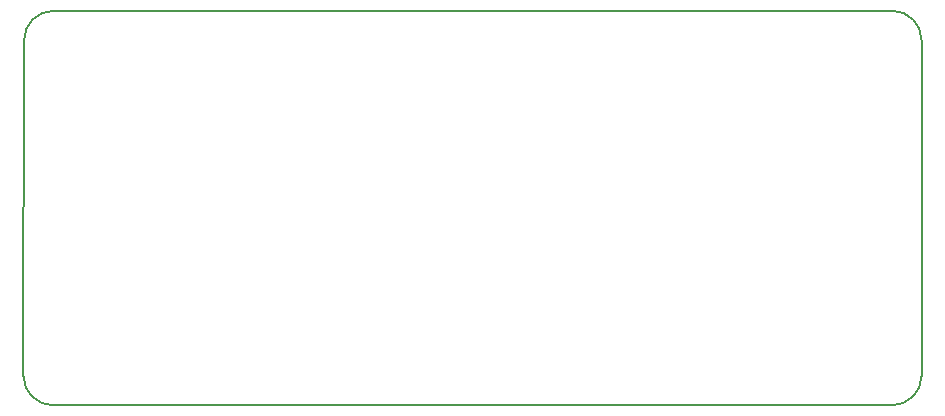
<source format=gko>
G04 #@! TF.GenerationSoftware,KiCad,Pcbnew,(5.0.0)*
G04 #@! TF.CreationDate,2019-03-27T19:33:42+01:00*
G04 #@! TF.ProjectId,currentscaler,63757272656E747363616C65722E6B69,rev?*
G04 #@! TF.SameCoordinates,Original*
G04 #@! TF.FileFunction,Profile,NP*
%FSLAX46Y46*%
G04 Gerber Fmt 4.6, Leading zero omitted, Abs format (unit mm)*
G04 Created by KiCad (PCBNEW (5.0.0)) date 03/27/19 19:33:42*
%MOMM*%
%LPD*%
G01*
G04 APERTURE LIST*
%ADD10C,0.150000*%
G04 APERTURE END LIST*
D10*
X97800000Y-95100000D02*
G75*
G02X100300000Y-92600000I2500000J0D01*
G01*
X100250000Y-126000000D02*
G75*
G02X97750000Y-123500000I0J2500000D01*
G01*
X173800000Y-123500000D02*
G75*
G02X171300000Y-126000000I-2500000J0D01*
G01*
X171300000Y-92600000D02*
G75*
G02X173800000Y-95100000I0J-2500000D01*
G01*
X97750000Y-123500000D02*
X97800000Y-95100000D01*
X171250000Y-126000000D02*
X100250000Y-126000000D01*
X173800000Y-95100000D02*
X173800000Y-123500000D01*
X100300000Y-92600000D02*
X171300000Y-92600000D01*
M02*

</source>
